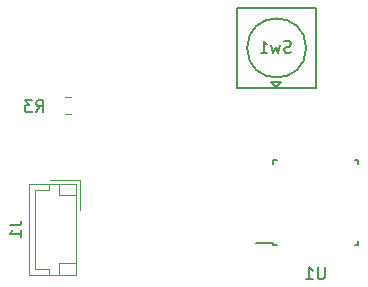
<source format=gbr>
G04 #@! TF.GenerationSoftware,KiCad,Pcbnew,(5.0.0)*
G04 #@! TF.CreationDate,2018-10-04T10:38:30-06:00*
G04 #@! TF.ProjectId,Medidor_lata,4D656469646F725F6C6174612E6B6963,rev?*
G04 #@! TF.SameCoordinates,Original*
G04 #@! TF.FileFunction,Legend,Bot*
G04 #@! TF.FilePolarity,Positive*
%FSLAX46Y46*%
G04 Gerber Fmt 4.6, Leading zero omitted, Abs format (unit mm)*
G04 Created by KiCad (PCBNEW (5.0.0)) date 10/04/18 10:38:30*
%MOMM*%
%LPD*%
G01*
G04 APERTURE LIST*
%ADD10C,0.120000*%
%ADD11C,0.200000*%
%ADD12C,0.150000*%
%ADD13C,0.170000*%
G04 APERTURE END LIST*
D10*
G04 #@! TO.C,R3*
X134615422Y-93140600D02*
X135132578Y-93140600D01*
X134615422Y-91720600D02*
X135132578Y-91720600D01*
G04 #@! TO.C,J1*
X131589000Y-99041000D02*
X135609000Y-99041000D01*
X135609000Y-99041000D02*
X135609000Y-106761000D01*
X135609000Y-106761000D02*
X131589000Y-106761000D01*
X131589000Y-106761000D02*
X131589000Y-99041000D01*
X133299000Y-99041000D02*
X133299000Y-99541000D01*
X133299000Y-99541000D02*
X132089000Y-99541000D01*
X132089000Y-99541000D02*
X132089000Y-106261000D01*
X132089000Y-106261000D02*
X133299000Y-106261000D01*
X133299000Y-106261000D02*
X133299000Y-106761000D01*
X134109000Y-99041000D02*
X134109000Y-100041000D01*
X134109000Y-100041000D02*
X135609000Y-100041000D01*
X134109000Y-106761000D02*
X134109000Y-105761000D01*
X134109000Y-105761000D02*
X135609000Y-105761000D01*
X133409000Y-98741000D02*
X135909000Y-98741000D01*
X135909000Y-98741000D02*
X135909000Y-101241000D01*
D11*
G04 #@! TO.C,Sw1*
X149192000Y-84193800D02*
X149192000Y-90913800D01*
X155052000Y-87553800D02*
G75*
G03X155052000Y-87553800I-2500000J0D01*
G01*
X149192000Y-90913800D02*
X155912000Y-90913800D01*
X155912000Y-90913800D02*
X155912000Y-84193800D01*
X155912000Y-84193800D02*
X149192000Y-84193800D01*
X152562000Y-90903800D02*
X152102000Y-90463800D01*
X152102000Y-90463800D02*
X152912000Y-90473800D01*
X152912000Y-90473800D02*
X152532000Y-90883800D01*
D12*
G04 #@! TO.C,U1*
X152229000Y-104260000D02*
X152229000Y-104035000D01*
X159479000Y-104260000D02*
X159479000Y-103935000D01*
X159479000Y-97010000D02*
X159479000Y-97335000D01*
X152229000Y-97010000D02*
X152229000Y-97335000D01*
X152229000Y-104260000D02*
X152554000Y-104260000D01*
X152229000Y-97010000D02*
X152554000Y-97010000D01*
X159479000Y-97010000D02*
X159154000Y-97010000D01*
X159479000Y-104260000D02*
X159154000Y-104260000D01*
X152229000Y-104035000D02*
X150804000Y-104035000D01*
G04 #@! TO.C,R3*
X132195866Y-92984580D02*
X132529200Y-92508390D01*
X132767295Y-92984580D02*
X132767295Y-91984580D01*
X132386342Y-91984580D01*
X132291104Y-92032200D01*
X132243485Y-92079819D01*
X132195866Y-92175057D01*
X132195866Y-92317914D01*
X132243485Y-92413152D01*
X132291104Y-92460771D01*
X132386342Y-92508390D01*
X132767295Y-92508390D01*
X131862533Y-91984580D02*
X131243485Y-91984580D01*
X131576819Y-92365533D01*
X131433961Y-92365533D01*
X131338723Y-92413152D01*
X131291104Y-92460771D01*
X131243485Y-92556009D01*
X131243485Y-92794104D01*
X131291104Y-92889342D01*
X131338723Y-92936961D01*
X131433961Y-92984580D01*
X131719676Y-92984580D01*
X131814914Y-92936961D01*
X131862533Y-92889342D01*
G04 #@! TO.C,J1*
X129951380Y-102567666D02*
X130665666Y-102567666D01*
X130808523Y-102520047D01*
X130903761Y-102424809D01*
X130951380Y-102281952D01*
X130951380Y-102186714D01*
X130951380Y-103567666D02*
X130951380Y-102996238D01*
X130951380Y-103281952D02*
X129951380Y-103281952D01*
X130094238Y-103186714D01*
X130189476Y-103091476D01*
X130237095Y-102996238D01*
G04 #@! TO.C,Sw1*
D13*
X153761514Y-87907761D02*
X153618657Y-87955380D01*
X153380561Y-87955380D01*
X153285323Y-87907761D01*
X153237704Y-87860142D01*
X153190085Y-87764904D01*
X153190085Y-87669666D01*
X153237704Y-87574428D01*
X153285323Y-87526809D01*
X153380561Y-87479190D01*
X153571038Y-87431571D01*
X153666276Y-87383952D01*
X153713895Y-87336333D01*
X153761514Y-87241095D01*
X153761514Y-87145857D01*
X153713895Y-87050619D01*
X153666276Y-87003000D01*
X153571038Y-86955380D01*
X153332942Y-86955380D01*
X153190085Y-87003000D01*
X152856752Y-87288714D02*
X152666276Y-87955380D01*
X152475800Y-87479190D01*
X152285323Y-87955380D01*
X152094847Y-87288714D01*
X151190085Y-87955380D02*
X151761514Y-87955380D01*
X151475800Y-87955380D02*
X151475800Y-86955380D01*
X151571038Y-87098238D01*
X151666276Y-87193476D01*
X151761514Y-87241095D01*
G04 #@! TO.C,U1*
D12*
X156615904Y-106137380D02*
X156615904Y-106946904D01*
X156568285Y-107042142D01*
X156520666Y-107089761D01*
X156425428Y-107137380D01*
X156234952Y-107137380D01*
X156139714Y-107089761D01*
X156092095Y-107042142D01*
X156044476Y-106946904D01*
X156044476Y-106137380D01*
X155044476Y-107137380D02*
X155615904Y-107137380D01*
X155330190Y-107137380D02*
X155330190Y-106137380D01*
X155425428Y-106280238D01*
X155520666Y-106375476D01*
X155615904Y-106423095D01*
G04 #@! TD*
M02*

</source>
